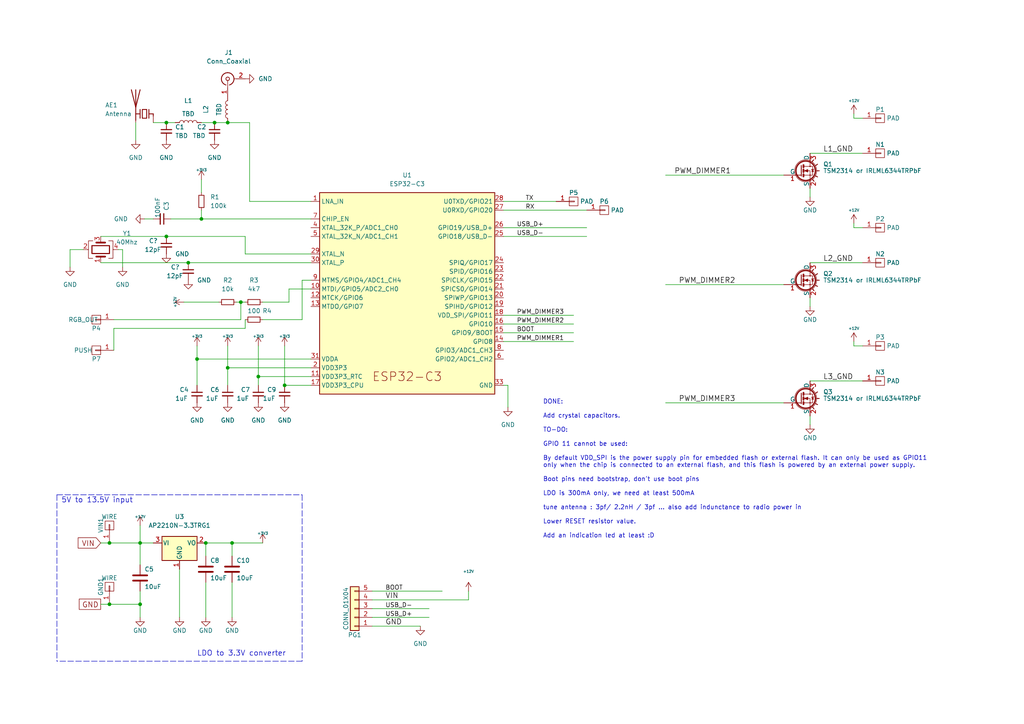
<source format=kicad_sch>
(kicad_sch (version 20211123) (generator eeschema)
  (paper "A4")
  (lib_symbols
    (symbol "Connector:Conn_Coaxial" (pin_names (offset 1.016) hide)
      (property "Reference" "J" (at 0.254 3.048 0))
      (property "Value" "Conn_Coaxial" (at 2.921 0 90))
      (symbol "Conn_Coaxial_0_1"
        (arc (start -1.778 -0.508) (mid 0.2311 -1.8066) (end 1.778 0) (stroke (width 0.254)))
        (polyline (pts (xy -2.54 0) (xy -0.508 0)))
        (polyline (pts (xy 0 -2.54) (xy 0 -1.778)))
        (circle (center 0 0) (radius 0.508) (stroke (width 0.2032)))
        (arc (start 1.778 0) (mid 0.2099 1.8101) (end -1.778 0.508) (stroke (width 0.254)))
      )
      (symbol "Conn_Coaxial_1_1"
        (pin passive line (at -5.08 0 0) (length 2.54) (name "In") (number "1"))
        (pin passive line (at 0 -5.08 90) (length 2.54) (name "Ext") (number "2"))
      )
    )
    (symbol "Connector_Generic:Conn_01x05" (pin_names (offset 1.016) hide)
      (property "Reference" "J" (at 0 7.62 0))
      (property "Value" "Conn_01x05" (at 0 -7.62 0))
      (symbol "Conn_01x05_1_1"
        (rectangle (start -1.27 -4.953) (end 0 -5.207) (stroke (width 0.1524)))
        (rectangle (start -1.27 -2.413) (end 0 -2.667) (stroke (width 0.1524)))
        (rectangle (start -1.27 0.127) (end 0 -0.127) (stroke (width 0.1524)))
        (rectangle (start -1.27 2.667) (end 0 2.413) (stroke (width 0.1524)))
        (rectangle (start -1.27 5.207) (end 0 4.953) (stroke (width 0.1524)))
        (rectangle (start -1.27 6.35) (end 1.27 -6.35) (stroke (width 0.254)) (fill (type background)))
        (pin passive line (at -5.08 5.08 0) (length 3.81) (name "Pin_1") (number "1"))
        (pin passive line (at -5.08 2.54 0) (length 3.81) (name "Pin_2") (number "2"))
        (pin passive line (at -5.08 0 0) (length 3.81) (name "Pin_3") (number "3"))
        (pin passive line (at -5.08 -2.54 0) (length 3.81) (name "Pin_4") (number "4"))
        (pin passive line (at -5.08 -5.08 0) (length 3.81) (name "Pin_5") (number "5"))
      )
    )
    (symbol "Device:Antenna_Chip" (pin_numbers hide) (pin_names (offset 1.016) hide)
      (property "Reference" "AE" (at 0 5.08 0))
      (property "Value" "Antenna_Chip" (at 0 3.175 0))
      (symbol "Antenna_Chip_0_1"
        (polyline (pts (xy -2.54 0) (xy -2.54 -0.635)) (stroke (width 0.254)))
        (polyline (pts (xy -2.54 0) (xy -1.27 0)) (stroke (width 0.254)))
        (polyline (pts (xy 1.27 0) (xy 2.54 0)) (stroke (width 0.254)))
        (polyline (pts (xy 1.27 1.27) (xy 1.27 -1.27)) (stroke (width 0.254)))
        (polyline (pts (xy 2.54 -0.635) (xy 2.54 0)))
        (polyline (pts (xy 2.54 6.985) (xy 2.54 -1.905)) (stroke (width 0.254)))
        (polyline (pts (xy -1.27 1.27) (xy -1.27 -1.27) (xy -1.27 0)) (stroke (width 0.254)))
        (polyline (pts (xy 3.81 6.985) (xy 2.54 1.905) (xy 1.27 6.985)) (stroke (width 0.254)))
        (polyline (pts (xy -0.635 1.27) (xy 0.635 1.27) (xy 0.635 -1.27) (xy -0.635 -1.27) (xy -0.635 1.27)) (stroke (width 0.254)))
      )
      (symbol "Antenna_Chip_1_1"
        (pin input line (at -2.54 -2.54 90) (length 2.54) (name "FEED") (number "1"))
        (pin passive line (at 2.54 -2.54 90) (length 2.54) (name "PCB_Trace") (number "2"))
      )
    )
    (symbol "Device:C_Small" (pin_numbers hide) (pin_names (offset 0.254) hide)
      (property "Reference" "C" (at 0.254 1.778 0))
      (property "Value" "C_Small" (at 0.254 -2.032 0))
      (symbol "C_Small_0_1"
        (polyline (pts (xy -1.524 -0.508) (xy 1.524 -0.508)) (stroke (width 0.3302)))
        (polyline (pts (xy -1.524 0.508) (xy 1.524 0.508)) (stroke (width 0.3048)))
      )
      (symbol "C_Small_1_1"
        (pin passive line (at 0 2.54 270) (length 2.032) (name "~") (number "1"))
        (pin passive line (at 0 -2.54 90) (length 2.032) (name "~") (number "2"))
      )
    )
    (symbol "Device:Crystal_GND24" (pin_names (offset 1.016) hide)
      (property "Reference" "Y" (at 3.175 5.08 0))
      (property "Value" "Crystal_GND24" (at 3.175 3.175 0))
      (symbol "Crystal_GND24_0_1"
        (rectangle (start -1.143 2.54) (end 1.143 -2.54) (stroke (width 0.3048)))
        (polyline (pts (xy -2.54 0) (xy -2.032 0)))
        (polyline (pts (xy -2.032 -1.27) (xy -2.032 1.27)) (stroke (width 0.508)))
        (polyline (pts (xy 0 -3.81) (xy 0 -3.556)))
        (polyline (pts (xy 0 3.556) (xy 0 3.81)))
        (polyline (pts (xy 2.032 -1.27) (xy 2.032 1.27)) (stroke (width 0.508)))
        (polyline (pts (xy 2.032 0) (xy 2.54 0)))
        (polyline (pts (xy -2.54 -2.286) (xy -2.54 -3.556) (xy 2.54 -3.556) (xy 2.54 -2.286)))
        (polyline (pts (xy -2.54 2.286) (xy -2.54 3.556) (xy 2.54 3.556) (xy 2.54 2.286)))
      )
      (symbol "Crystal_GND24_1_1"
        (pin passive line (at -3.81 0 0) (length 1.27) (name "1") (number "1"))
        (pin passive line (at 0 5.08 270) (length 1.27) (name "2") (number "2"))
        (pin passive line (at 3.81 0 180) (length 1.27) (name "3") (number "3"))
        (pin passive line (at 0 -5.08 90) (length 1.27) (name "4") (number "4"))
      )
    )
    (symbol "Device:L" (pin_numbers hide) (pin_names (offset 1.016) hide)
      (property "Reference" "L" (at -1.27 0 90))
      (property "Value" "L" (at 1.905 0 90))
      (symbol "L_0_1"
        (arc (start 0 -2.54) (mid 0.635 -1.905) (end 0 -1.27))
        (arc (start 0 -1.27) (mid 0.635 -0.635) (end 0 0))
        (arc (start 0 0) (mid 0.635 0.635) (end 0 1.27))
        (arc (start 0 1.27) (mid 0.635 1.905) (end 0 2.54))
      )
      (symbol "L_1_1"
        (pin passive line (at 0 3.81 270) (length 1.27) (name "1") (number "1"))
        (pin passive line (at 0 -3.81 90) (length 1.27) (name "2") (number "2"))
      )
    )
    (symbol "Device:R_Small" (pin_numbers hide) (pin_names (offset 0.254) hide)
      (property "Reference" "R" (at 0.762 0.508 0))
      (property "Value" "R_Small" (at 0.762 -1.016 0))
      (symbol "R_Small_0_1"
        (rectangle (start -0.762 1.778) (end 0.762 -1.778) (stroke (width 0.2032)))
      )
      (symbol "R_Small_1_1"
        (pin passive line (at 0 2.54 270) (length 0.762) (name "~") (number "1"))
        (pin passive line (at 0 -2.54 90) (length 0.762) (name "~") (number "2"))
      )
    )
    (symbol "Espressif:ESP32-C3"
      (property "Reference" "U" (at -25.4 35.56 0))
      (property "Value" "ESP32-C3" (at -25.4 33.02 0))
      (symbol "ESP32-C3_0_0"
        (text "ESP32-C3" (at 0 -22.86 0) (effects (font (size 2.54 2.54))))
        (pin bidirectional line (at -27.94 27.94 0) (length 2.54) (name "LNA_IN") (number "1"))
        (pin bidirectional line (at -27.94 2.54 0) (length 2.54) (name "MTDI/GPIO5/ADC2_CH0") (number "10"))
        (pin power_in line (at -27.94 -22.86 0) (length 2.54) (name "VDD3P3_RTC") (number "11"))
        (pin bidirectional line (at -27.94 0 0) (length 2.54) (name "MTCK/GPIO6") (number "12"))
        (pin bidirectional line (at -27.94 -2.54 0) (length 2.54) (name "MTDO/GPIO7") (number "13"))
        (pin bidirectional line (at 27.94 -12.7 180) (length 2.54) (name "GPIO8") (number "14"))
        (pin bidirectional line (at 27.94 -10.16 180) (length 2.54) (name "GPIO9/BOOT") (number "15"))
        (pin bidirectional line (at 27.94 -7.62 180) (length 2.54) (name "GPIO10") (number "16"))
        (pin power_in line (at -27.94 -25.4 0) (length 2.54) (name "VDD3P3_CPU") (number "17"))
        (pin bidirectional line (at 27.94 -5.08 180) (length 2.54) (name "VDD_SPI/GPIO11") (number "18"))
        (pin bidirectional line (at 27.94 -2.54 180) (length 2.54) (name "SPIHD/GPIO12") (number "19"))
        (pin power_in line (at -27.94 -20.32 0) (length 2.54) (name "VDD3P3") (number "2"))
        (pin bidirectional line (at 27.94 0 180) (length 2.54) (name "SPIWP/GPIO13") (number "20"))
        (pin bidirectional line (at 27.94 2.54 180) (length 2.54) (name "SPICS0/GPIO14") (number "21"))
        (pin bidirectional line (at 27.94 5.08 180) (length 2.54) (name "SPICLK/GPIO15") (number "22"))
        (pin bidirectional line (at 27.94 7.62 180) (length 2.54) (name "SPID/GPIO16") (number "23"))
        (pin bidirectional line (at 27.94 10.16 180) (length 2.54) (name "SPIQ/GPIO17") (number "24"))
        (pin bidirectional line (at 27.94 17.78 180) (length 2.54) (name "GPIO18/USB_D-") (number "25"))
        (pin bidirectional line (at 27.94 20.32 180) (length 2.54) (name "GPIO19/USB_D+") (number "26"))
        (pin bidirectional line (at 27.94 25.4 180) (length 2.54) (name "U0RXD/GPIO20") (number "27"))
        (pin bidirectional line (at 27.94 27.94 180) (length 2.54) (name "U0TXD/GPIO21") (number "28"))
        (pin output line (at -27.94 12.7 0) (length 2.54) (name "XTAL_N") (number "29"))
        (pin input line (at -27.94 10.16 0) (length 2.54) (name "XTAL_P") (number "30"))
        (pin power_in line (at -27.94 -17.78 0) (length 2.54) (name "VDDA") (number "31"))
        (pin power_in line (at 27.94 -25.4 180) (length 2.54) (name "GND") (number "33"))
        (pin output line (at -27.94 20.32 0) (length 2.54) (name "XTAL_32K_P/ADC1_CH0") (number "4"))
        (pin input line (at -27.94 17.78 0) (length 2.54) (name "XTAL_32K_N/ADC1_CH1") (number "5"))
        (pin bidirectional line (at 27.94 -17.78 180) (length 2.54) (name "GPIO2/ADC1_CH2") (number "6"))
        (pin input line (at -27.94 22.86 0) (length 2.54) (name "CHIP_EN") (number "7"))
        (pin bidirectional line (at 27.94 -15.24 180) (length 2.54) (name "GPIO3/ADC1_CH3") (number "8"))
        (pin bidirectional line (at -27.94 5.08 0) (length 2.54) (name "MTMS/GPIO4/ADC1_CH4") (number "9"))
      )
      (symbol "ESP32-C3_0_1"
        (rectangle (start -25.4 30.48) (end 25.4 -27.94) (stroke (width 0.254)) (fill (type background)))
        (pin passive line (at -27.94 -20.32 0) (length 2.54) hide (name "VDD3P3") (number "3"))
        (pin passive line (at -27.94 -17.78 0) (length 2.54) hide (name "VDDA") (number "32"))
      )
    )
    (symbol "Regulator_Linear:APE8865N-33-HF-3" (pin_names (offset 0.254))
      (property "Reference" "U" (at -3.81 3.175 0))
      (property "Value" "APE8865N-33-HF-3" (at 0 3.175 0))
      (symbol "APE8865N-33-HF-3_0_1"
        (rectangle (start -5.08 1.905) (end 5.08 -5.08) (stroke (width 0.254)) (fill (type background)))
      )
      (symbol "APE8865N-33-HF-3_1_1"
        (pin power_in line (at 0 -7.62 90) (length 2.54) (name "GND") (number "1"))
        (pin power_out line (at 7.62 0 180) (length 2.54) (name "VO") (number "2"))
        (pin power_in line (at -7.62 0 0) (length 2.54) (name "VI") (number "3"))
      )
    )
    (symbol "ledboard-rescue:+12V" (power) (pin_names (offset 0))
      (property "Value" "+12V" (at 0 3.556 0))
      (symbol "+12V_0_1"
        (polyline (pts (xy -0.762 1.27) (xy 0 2.54)))
        (polyline (pts (xy 0 0) (xy 0 2.54)))
        (polyline (pts (xy 0 2.54) (xy 0.762 1.27)))
      )
      (symbol "+12V_1_1"
        (pin power_in line (at 0 0 90) (length 0) hide (name "+12V") (number "1"))
      )
    )
    (symbol "ledboard-rescue:+3.3V" (power) (pin_names (offset 0))
      (property "Value" "+3.3V" (at 0 3.556 0))
      (symbol "+3.3V_0_1"
        (polyline (pts (xy -0.762 1.27) (xy 0 2.54)))
        (polyline (pts (xy 0 0) (xy 0 2.54)))
        (polyline (pts (xy 0 2.54) (xy 0.762 1.27)))
      )
      (symbol "+3.3V_1_1"
        (pin power_in line (at 0 0 90) (length 0) hide (name "+3V3") (number "1"))
      )
    )
    (symbol "ledboard-rescue:C" (pin_numbers hide) (pin_names (offset 0.254))
      (property "Reference" "C" (at 0.635 2.54 0))
      (property "Value" "C" (at 0.635 -2.54 0))
      (symbol "C_0_1"
        (polyline (pts (xy -2.032 -0.762) (xy 2.032 -0.762)) (stroke (width 0.508)))
        (polyline (pts (xy -2.032 0.762) (xy 2.032 0.762)) (stroke (width 0.508)))
      )
      (symbol "C_1_1"
        (pin passive line (at 0 3.81 270) (length 2.794) (name "~") (number "1"))
        (pin passive line (at 0 -3.81 90) (length 2.794) (name "~") (number "2"))
      )
    )
    (symbol "ledboard-rescue:CONN_01X01" (pin_names (offset 1.016) hide)
      (property "Reference" "P" (at 0 2.54 0))
      (property "Value" "CONN_01X01" (at 2.54 0 90))
      (symbol "CONN_01X01_0_1"
        (rectangle (start -1.27 0.127) (end 0.254 -0.127))
        (rectangle (start -1.27 1.27) (end 1.27 -1.27))
      )
      (symbol "CONN_01X01_1_1"
        (pin passive line (at -5.08 0 0) (length 3.81) (name "P1") (number "1"))
      )
    )
    (symbol "ledboard-rescue:GND" (power) (pin_names (offset 0))
      (property "Value" "GND" (at 0 -3.81 0))
      (symbol "GND_0_1"
        (polyline (pts (xy 0 0) (xy 0 -1.27) (xy 1.27 -1.27) (xy 0 -2.54) (xy -1.27 -1.27) (xy 0 -1.27)))
      )
      (symbol "GND_1_1"
        (pin power_in line (at 0 0 270) (length 0) hide (name "GND") (number "1"))
      )
    )
    (symbol "ledboard-rescue:TSM2314" (pin_names (offset 0))
      (property "Reference" "Q" (at 6.35 1.905 0))
      (property "Value" "TSM2314" (at 6.35 0 0))
      (property "Footprint" "SOT-23" (at 6.35 -1.905 0))
      (symbol "TSM2314_0_1"
        (polyline (pts (xy 0.635 -1.016) (xy 0.635 -1.651)) (stroke (width 0.508)))
        (polyline (pts (xy 0.635 0.381) (xy 0.635 -0.381)) (stroke (width 0.508)))
        (polyline (pts (xy 0.635 1.651) (xy 0.635 1.016)) (stroke (width 0.508)))
        (polyline (pts (xy 3.048 0.381) (xy 2.921 0.254)))
        (polyline (pts (xy 3.048 0.381) (xy 3.556 0.381)))
        (polyline (pts (xy 3.175 2.667) (xy 3.556 3.175)) (stroke (width 0.254)))
        (polyline (pts (xy 3.302 -2.54) (xy 3.683 -3.048)) (stroke (width 0.254)))
        (polyline (pts (xy 3.556 0.381) (xy 3.683 0.508)))
        (polyline (pts (xy 4.191 -1.524) (xy 4.699 -1.778)) (stroke (width 0.254)))
        (polyline (pts (xy 4.191 1.524) (xy 4.699 1.905)) (stroke (width 0.254)))
        (polyline (pts (xy 4.445 0) (xy 5.207 0)) (stroke (width 0.254)))
        (polyline (pts (xy 0 1.524) (xy 0 -1.524) (xy 0 -1.524)) (stroke (width 0.254)))
        (polyline (pts (xy 0.762 -1.27) (xy 2.54 -1.27) (xy 2.54 -2.54) (xy 2.54 -2.54)))
        (polyline (pts (xy 0.762 1.27) (xy 2.54 1.27) (xy 2.54 2.54) (xy 2.54 2.54)))
        (polyline (pts (xy 2.54 1.27) (xy 3.302 1.27) (xy 3.302 -1.27) (xy 2.54 -1.27)))
        (polyline (pts (xy 3.302 0.381) (xy 3.048 -0.254) (xy 3.556 -0.254) (xy 3.302 0.381)) (fill (type outline)))
        (polyline (pts (xy 0.762 0) (xy 1.27 0) (xy 2.54 0) (xy 2.54 -1.27) (xy 2.54 -1.27)))
        (polyline (pts (xy 0.889 0) (xy 1.905 0.381) (xy 1.905 -0.381) (xy 0.889 0) (xy 1.016 0) (xy 1.016 0)) (fill (type outline)))
        (circle (center 1.27 0) (radius 2.8194) (stroke (width 0.3556)))
        (circle (center 1.27 0) (radius 3.175))
        (circle (center 2.54 -1.27) (radius 0.127))
        (circle (center 2.54 1.27) (radius 0.127))
      )
      (symbol "TSM2314_1_1"
        (pin input line (at -5.08 -1.27 0) (length 5.08) (name "G") (number "1"))
        (pin passive line (at 2.54 -5.08 90) (length 2.54) (name "S") (number "2"))
        (pin passive line (at 2.54 5.08 270) (length 2.54) (name "D") (number "3"))
      )
    )
    (symbol "power:GND" (power) (pin_names (offset 0))
      (property "Value" "GND" (at 0 -3.81 0))
      (symbol "GND_0_1"
        (polyline (pts (xy 0 0) (xy 0 -1.27) (xy 1.27 -1.27) (xy 0 -2.54) (xy -1.27 -1.27) (xy 0 -1.27)))
      )
      (symbol "GND_1_1"
        (pin power_in line (at 0 0 270) (length 0) hide (name "GND") (number "1"))
      )
    )
  )
  (junction (at 40.64 175.26))
  (junction (at 59.69 157.48))
  (junction (at 31.75 175.26))
  (junction (at 82.55 111.76))
  (junction (at 67.31 157.48))
  (junction (at 48.26 68.58))
  (junction (at 40.64 157.48))
  (junction (at 57.15 104.14))
  (junction (at 74.93 109.22))
  (junction (at 48.26 35.56))
  (junction (at 69.85 87.63))
  (junction (at 31.75 157.48))
  (junction (at 62.23 35.56))
  (junction (at 66.04 106.68))
  (junction (at 66.04 35.56))
  (junction (at 58.42 63.5))
  (junction (at 54.61 76.2))
  (wire (pts (xy 57.15 104.14) (xy 90.17 104.14)))
  (wire (pts (xy 146.05 91.44) (xy 166.37 91.44)))
  (wire (pts (xy 227.33 50.8) (xy 193.04 50.8)))
  (wire (pts (xy 41.91 63.5) (xy 44.45 63.5)))
  (wire (pts (xy 29.21 157.48) (xy 31.75 157.48)))
  (wire (pts (xy 33.02 95.25) (xy 33.02 101.6)))
  (wire (pts (xy 71.12 73.66) (xy 90.17 73.66)))
  (wire (pts (xy 58.42 60.96) (xy 58.42 63.5)))
  (wire (pts (xy 107.95 179.07) (xy 124.46 179.07)))
  (wire (pts (xy 87.63 92.71) (xy 87.63 81.28)))
  (wire (pts (xy 66.04 35.56) (xy 72.39 35.56)))
  (wire (pts (xy 67.31 168.91) (xy 67.31 179.07)))
  (wire (pts (xy 146.05 111.76) (xy 147.32 111.76)))
  (wire (pts (xy 71.12 92.71) (xy 71.12 95.25)))
  (wire (pts (xy 20.32 72.39) (xy 20.32 77.47)))
  (wire (pts (xy 39.37 35.56) (xy 39.37 40.64)))
  (wire (pts (xy 234.95 44.45) (xy 250.19 44.45)))
  (wire (pts (xy 90.17 109.22) (xy 74.93 109.22)))
  (wire (pts (xy 52.07 165.1) (xy 52.07 179.07)))
  (wire (pts (xy 146.05 96.52) (xy 166.37 96.52)))
  (wire (pts (xy 107.95 176.53) (xy 124.46 176.53)))
  (wire (pts (xy 53.34 87.63) (xy 63.5 87.63)))
  (wire (pts (xy 72.39 58.42) (xy 72.39 35.56)))
  (wire (pts (xy 57.15 104.14) (xy 57.15 111.76)))
  (wire (pts (xy 76.2 92.71) (xy 87.63 92.71)))
  (polyline (pts (xy 87.63 191.77) (xy 16.51 191.77)))
  (wire (pts (xy 48.26 35.56) (xy 50.8 35.56)))
  (wire (pts (xy 58.42 35.56) (xy 62.23 35.56)))
  (wire (pts (xy 31.75 175.26) (xy 40.64 175.26)))
  (wire (pts (xy 69.85 87.63) (xy 71.12 87.63)))
  (wire (pts (xy 31.75 157.48) (xy 40.64 157.48)))
  (wire (pts (xy 74.93 109.22) (xy 74.93 111.76)))
  (wire (pts (xy 48.26 68.58) (xy 71.12 68.58)))
  (wire (pts (xy 74.93 100.33) (xy 74.93 109.22)))
  (wire (pts (xy 247.65 66.04) (xy 250.19 66.04)))
  (wire (pts (xy 247.65 64.77) (xy 247.65 66.04)))
  (wire (pts (xy 71.12 68.58) (xy 71.12 73.66)))
  (wire (pts (xy 29.21 68.58) (xy 48.26 68.58)))
  (wire (pts (xy 40.64 152.4) (xy 40.64 157.48)))
  (wire (pts (xy 247.65 100.33) (xy 250.19 100.33)))
  (wire (pts (xy 234.95 123.19) (xy 234.95 120.65)))
  (wire (pts (xy 44.45 35.56) (xy 48.26 35.56)))
  (wire (pts (xy 107.95 181.61) (xy 121.92 181.61)))
  (wire (pts (xy 234.95 110.49) (xy 250.19 110.49)))
  (wire (pts (xy 29.21 76.2) (xy 54.61 76.2)))
  (wire (pts (xy 34.29 72.39) (xy 35.56 72.39)))
  (wire (pts (xy 57.15 100.33) (xy 57.15 104.14)))
  (wire (pts (xy 62.23 35.56) (xy 66.04 35.56)))
  (wire (pts (xy 40.64 157.48) (xy 44.45 157.48)))
  (wire (pts (xy 54.61 76.2) (xy 90.17 76.2)))
  (wire (pts (xy 59.69 157.48) (xy 67.31 157.48)))
  (wire (pts (xy 49.53 63.5) (xy 58.42 63.5)))
  (wire (pts (xy 227.33 116.84) (xy 193.04 116.84)))
  (polyline (pts (xy 16.51 143.51) (xy 16.51 191.77)))
  (wire (pts (xy 69.85 92.71) (xy 69.85 87.63)))
  (wire (pts (xy 59.69 157.48) (xy 59.69 161.29)))
  (wire (pts (xy 146.05 99.06) (xy 166.37 99.06)))
  (wire (pts (xy 146.05 58.42) (xy 161.29 58.42)))
  (wire (pts (xy 107.95 171.45) (xy 128.27 171.45)))
  (wire (pts (xy 87.63 81.28) (xy 90.17 81.28)))
  (wire (pts (xy 83.82 83.82) (xy 90.17 83.82)))
  (wire (pts (xy 107.95 173.99) (xy 135.89 173.99)))
  (wire (pts (xy 67.31 157.48) (xy 76.2 157.48)))
  (wire (pts (xy 135.89 171.45) (xy 135.89 173.99)))
  (wire (pts (xy 29.21 175.26) (xy 31.75 175.26)))
  (wire (pts (xy 72.39 58.42) (xy 90.17 58.42)))
  (wire (pts (xy 82.55 111.76) (xy 90.17 111.76)))
  (polyline (pts (xy 16.51 143.51) (xy 87.63 143.51)))
  (wire (pts (xy 58.42 52.07) (xy 58.42 55.88)))
  (wire (pts (xy 24.13 72.39) (xy 20.32 72.39)))
  (wire (pts (xy 40.64 175.26) (xy 40.64 179.07)))
  (wire (pts (xy 146.05 66.04) (xy 170.18 66.04)))
  (wire (pts (xy 71.12 95.25) (xy 33.02 95.25)))
  (wire (pts (xy 247.65 33.02) (xy 247.65 34.29)))
  (wire (pts (xy 58.42 63.5) (xy 90.17 63.5)))
  (wire (pts (xy 83.82 87.63) (xy 83.82 83.82)))
  (wire (pts (xy 247.65 99.06) (xy 247.65 100.33)))
  (wire (pts (xy 40.64 157.48) (xy 40.64 163.83)))
  (wire (pts (xy 146.05 93.98) (xy 166.37 93.98)))
  (wire (pts (xy 146.05 60.96) (xy 170.18 60.96)))
  (wire (pts (xy 67.31 157.48) (xy 67.31 161.29)))
  (wire (pts (xy 90.17 106.68) (xy 66.04 106.68)))
  (wire (pts (xy 66.04 100.33) (xy 66.04 106.68)))
  (wire (pts (xy 76.2 87.63) (xy 83.82 87.63)))
  (wire (pts (xy 35.56 72.39) (xy 35.56 77.47)))
  (wire (pts (xy 247.65 34.29) (xy 250.19 34.29)))
  (wire (pts (xy 66.04 106.68) (xy 66.04 111.76)))
  (wire (pts (xy 33.02 92.71) (xy 69.85 92.71)))
  (wire (pts (xy 59.69 168.91) (xy 59.69 179.07)))
  (wire (pts (xy 146.05 68.58) (xy 170.18 68.58)))
  (wire (pts (xy 227.33 82.55) (xy 193.04 82.55)))
  (wire (pts (xy 82.55 100.33) (xy 82.55 111.76)))
  (wire (pts (xy 234.95 88.9) (xy 234.95 86.36)))
  (wire (pts (xy 40.64 171.45) (xy 40.64 175.26)))
  (wire (pts (xy 147.32 111.76) (xy 147.32 118.11)))
  (wire (pts (xy 234.95 57.15) (xy 234.95 54.61)))
  (wire (pts (xy 68.58 87.63) (xy 69.85 87.63)))
  (polyline (pts (xy 87.63 143.51) (xy 87.63 191.77)))
  (wire (pts (xy 234.95 76.2) (xy 250.19 76.2)))
  (text "LDO to 3.3V converter" (at 57.15 190.5 0) (effects (font (size 1.524 1.524)) (justify left bottom)))
  (text "5V to 13.5V input" (at 17.78 146.05 0) (effects (font (size 1.524 1.524)) (justify left bottom)))
  (text "DONE:\n\nAdd crystal capacitors.\n\nTO-DO:\n\nGPIO 11 cannot be used:\n\nBy default VDD_SPI is the power supply pin for embedded flash or external flash. It can only be used as GPIO11\nonly when the chip is connected to an external flash, and this flash is powered by an external power supply.\n\nBoot pins need bootstrap, don't use boot pins \n\nLDO is 300mA only, we need at least 500mA\n\ntune antenna : 3pf/ 2.2nH / 3pf ... also add indunctance to radio power in\n\nLower RESET resistor value.\n\nAdd an indication led at least :D" (at 157.48 156.21 0) (effects (font (size 1.27 1.27)) (justify left bottom)))
  (label "USB_D-" (at 149.86 68.58 0))
  (label "USB_D-" (at 111.76 176.53 0))
  (label "PWM_DIMMER1" (at 149.86 99.06 0))
  (label "PWM_DIMMER3" (at 149.86 91.44 0))
  (label "TX" (at 152.4 58.42 0))
  (label "PWM_DIMMER1" (at 195.58 50.8 0) (effects (font (size 1.524 1.524))))
  (label "PWM_DIMMER3" (at 196.85 116.84 0) (effects (font (size 1.524 1.524))))
  (label "L1_GND" (at 238.76 44.45 0) (effects (font (size 1.524 1.524))))
  (label "RX" (at 152.4 60.96 0))
  (label "L2_GND" (at 238.76 76.2 0) (effects (font (size 1.524 1.524))))
  (label "USB_D+" (at 149.86 66.04 0))
  (label "BOOT" (at 111.76 171.45 0))
  (label "PWM_DIMMER2" (at 149.86 93.98 0))
  (label "PWM_DIMMER2" (at 196.85 82.55 0) (effects (font (size 1.524 1.524))))
  (label "VIN" (at 111.76 173.99 0) (effects (font (size 1.524 1.524))))
  (label "BOOT" (at 149.86 96.52 0))
  (label "USB_D+" (at 111.76 179.07 0))
  (label "GND" (at 111.76 181.61 0) (effects (font (size 1.524 1.524))))
  (label "L3_GND" (at 238.76 110.49 0) (effects (font (size 1.524 1.524))))
  (global_label "GND" (shape passive) (at 29.21 175.26 180) (effects (font (size 1.524 1.524))) (property "Intersheet References" "${INTERSHEET_REFS}" (effects hide)))
  (global_label "VIN" (shape input) (at 29.21 157.48 180) (effects (font (size 1.524 1.524))) (property "Intersheet References" "${INTERSHEET_REFS}" (effects hide)))
  (symbol (lib_id "power:GND") (at 66.04 116.84 0) (unit 1)
    (property "Reference" "#PWR07" (effects hide))
    (property "Value" "GND" (at 66.04 121.92 0))
  )
  (symbol (lib_id "Device:R_Small") (at 66.04 87.63 90) (unit 1)
    (property "Reference" "R2" (at 66.04 81.28 90))
    (property "Value" "10k" (at 66.04 83.82 90))
    (property "Footprint" "Resistor_SMD:R_0402_1005Metric" (effects hide))
  )
  (symbol (lib_id "power:GND") (at 48.26 40.64 0) (unit 1)
    (property "Reference" "#PWR0106" (effects hide))
    (property "Value" "GND" (at 48.26 45.72 0))
  )
  (symbol (lib_id "Device:R_Small") (at 73.66 87.63 90) (unit 1)
    (property "Reference" "R3" (at 73.66 81.28 90))
    (property "Value" "4k7" (at 73.66 83.82 90))
    (property "Footprint" "Resistor_SMD:R_0402_1005Metric" (effects hide))
  )
  (symbol (lib_id "power:GND") (at 147.32 118.11 0) (unit 1)
    (property "Reference" "#PWR0103" (effects hide))
    (property "Value" "GND" (at 147.32 123.19 0))
  )
  (symbol (lib_id "Device:R_Small") (at 73.66 92.71 90) (unit 1)
    (property "Reference" "R4" (at 77.47 90.17 90))
    (property "Value" "100" (at 73.66 90.17 90))
    (property "Footprint" "Resistor_SMD:R_0402_1005Metric" (effects hide))
  )
  (symbol (lib_id "ledboard-rescue:+12V") (at 135.89 171.45 0) (unit 1)
    (property "Reference" "#U04" (effects hide))
    (property "Value" "+12V" (at 135.89 165.735 0) (effects (font (size 0.762 0.762))))
  )
  (symbol (lib_id "Device:Crystal_GND24") (at 29.21 72.39 90) (unit 1)
    (property "Reference" "Y1" (at 36.83 67.691 90))
    (property "Value" "40Mhz" (at 36.83 70.231 90))
    (property "Footprint" "Crystal:Crystal_SMD_2520-4Pin_2.5x2.0mm" (effects hide))
  )
  (symbol (lib_id "ledboard-rescue:+3.3V") (at 76.2 157.48 0) (unit 1)
    (property "Reference" "#PWR015" (effects hide))
    (property "Value" "+3.3V" (at 76.2 154.686 0) (effects (font (size 0.762 0.762))))
  )
  (symbol (lib_id "ledboard-rescue:+3.3V") (at 58.42 52.07 0) (unit 1)
    (property "Reference" "#PWR05" (effects hide))
    (property "Value" "+3.3V" (at 58.42 49.276 0) (effects (font (size 0.762 0.762))))
  )
  (symbol (lib_id "ledboard-rescue:CONN_01X01") (at 31.75 170.18 90) (unit 1)
    (property "Reference" "GND1" (at 29.21 170.18 0))
    (property "Value" "WIRE" (at 31.75 167.64 90))
    (property "Footprint" "Connector_Wire:SolderWire-1.5sqmm_1x01_D1.7mm_OD3.9mm" (effects hide))
  )
  (symbol (lib_id "Connector:Conn_Coaxial") (at 66.04 22.86 90) (unit 1)
    (property "Reference" "J1" (at 66.3332 15.24 90))
    (property "Value" "Conn_Coaxial" (at 66.3332 17.78 90))
    (property "Footprint" "RF:coaxial_u.fl-r-smt-1" (effects hide))
    (property "Datasheet" " ~" (effects hide))
  )
  (symbol (lib_id "power:GND") (at 48.26 73.66 0) (unit 1)
    (property "Reference" "#PWR?" (effects hide))
    (property "Value" "GND" (at 50.8 73.66 0) (effects (justify left)))
  )
  (symbol (lib_id "ledboard-rescue:TSM2314") (at 232.41 49.53 0) (unit 1)
    (property "Reference" "Q1" (at 238.76 47.625 0) (effects (justify left)))
    (property "Value" "TSM2314 or IRLML6344TRPbF" (at 238.76 49.53 0) (effects (justify left)))
    (property "Footprint" "Package_TO_SOT_SMD:SOT-23" (effects hide))
  )
  (symbol (lib_id "power:GND") (at 57.15 116.84 0) (unit 1)
    (property "Reference" "#PWR03" (effects hide))
    (property "Value" "GND" (at 57.15 121.92 0))
  )
  (symbol (lib_id "ledboard-rescue:GND") (at 234.95 123.19 0) (unit 1)
    (property "Reference" "#PWR019" (effects hide))
    (property "Value" "GND" (at 234.95 127 0))
  )
  (symbol (lib_id "ledboard-rescue:GND") (at 234.95 57.15 0) (unit 1)
    (property "Reference" "#PWR017" (effects hide))
    (property "Value" "GND" (at 234.95 60.96 0))
  )
  (symbol (lib_id "ledboard-rescue:+12V") (at 53.34 87.63 90) (unit 1)
    (property "Reference" "#U0101" (effects hide))
    (property "Value" "+12V" (at 50.8 87.63 0) (effects (font (size 0.762 0.762))))
  )
  (symbol (lib_id "Device:C_Small") (at 74.93 114.3 0) (unit 1)
    (property "Reference" "C7" (at 69.85 113.03 0) (effects (justify left)))
    (property "Value" "1uF" (at 68.58 115.57 0) (effects (justify left)))
    (property "Footprint" "Capacitor_SMD:C_0402_1005Metric" (effects hide))
  )
  (symbol (lib_id "ledboard-rescue:CONN_01X01") (at 27.94 92.71 180) (unit 1)
    (property "Reference" "P4" (at 27.94 95.25 0))
    (property "Value" "RGB_OUT" (at 24.13 92.71 0))
    (property "Footprint" "Connector_Wire:SolderWire-0.5sqmm_1x01_D0.9mm_OD2.1mm" (effects hide))
  )
  (symbol (lib_id "ledboard-rescue:TSM2314") (at 232.41 81.28 0) (unit 1)
    (property "Reference" "Q2" (at 238.76 79.375 0) (effects (justify left)))
    (property "Value" "TSM2314 or IRLML6344TRPbF" (at 238.76 81.28 0) (effects (justify left)))
    (property "Footprint" "Package_TO_SOT_SMD:SOT-23" (effects hide))
  )
  (symbol (lib_id "ledboard-rescue:C") (at 59.69 165.1 0) (unit 1)
    (property "Reference" "C8" (at 60.96 162.56 0) (effects (justify left)))
    (property "Value" "10uF" (at 60.96 167.64 0) (effects (justify left)))
    (property "Footprint" "Capacitor_SMD:C_0603_1608Metric" (effects hide))
  )
  (symbol (lib_id "Device:C_Small") (at 62.23 38.1 0) (unit 1)
    (property "Reference" "C2" (at 57.15 36.83 0) (effects (justify left)))
    (property "Value" "TBD" (at 55.88 39.37 0) (effects (justify left)))
    (property "Footprint" "Capacitor_SMD:C_0402_1005Metric" (effects hide))
  )
  (symbol (lib_id "ledboard-rescue:CONN_01X01") (at 255.27 76.2 0) (unit 1)
    (property "Reference" "N2" (at 255.27 73.66 0))
    (property "Value" "PAD" (at 259.08 76.2 0))
    (property "Footprint" "Connector_Wire:SolderWire-0.5sqmm_1x01_D0.9mm_OD2.1mm" (effects hide))
  )
  (symbol (lib_id "Device:R_Small") (at 58.42 58.42 0) (unit 1)
    (property "Reference" "R1" (at 60.96 57.1499 0) (effects (justify left)))
    (property "Value" "100k" (at 60.96 59.6899 0) (effects (justify left)))
    (property "Footprint" "Resistor_SMD:R_0402_1005Metric" (effects hide))
  )
  (symbol (lib_id "ledboard-rescue:+3.3V") (at 66.04 100.33 0) (unit 1)
    (property "Reference" "#PWR06" (effects hide))
    (property "Value" "+3.3V" (at 66.04 97.536 0) (effects (font (size 0.762 0.762))))
  )
  (symbol (lib_id "ledboard-rescue:+12V") (at 40.64 152.4 0) (unit 1)
    (property "Reference" "#U02" (effects hide))
    (property "Value" "+12V" (at 40.64 149.86 0) (effects (font (size 0.762 0.762))))
  )
  (symbol (lib_id "ledboard-rescue:GND") (at 234.95 88.9 0) (unit 1)
    (property "Reference" "#PWR018" (effects hide))
    (property "Value" "GND" (at 234.95 92.71 0))
  )
  (symbol (lib_id "Connector_Generic:Conn_01x05") (at 102.87 176.53 180) (unit 1)
    (property "Reference" "PG1" (at 102.87 184.15 0))
    (property "Value" "CONN_01X04" (at 100.33 176.53 90))
    (property "Footprint" "Connector_PinHeader_1.27mm:PinHeader_1x05_P1.27mm_Vertical" (effects hide))
  )
  (symbol (lib_id "ledboard-rescue:+3.3V") (at 82.55 100.33 0) (unit 1)
    (property "Reference" "#PWR012" (effects hide))
    (property "Value" "+3.3V" (at 82.55 97.536 0) (effects (font (size 0.762 0.762))))
  )
  (symbol (lib_id "ledboard-rescue:C") (at 40.64 167.64 0) (unit 1)
    (property "Reference" "C5" (at 41.91 165.1 0) (effects (justify left)))
    (property "Value" "10uF" (at 41.91 170.18 0) (effects (justify left)))
    (property "Footprint" "Capacitor_SMD:C_0603_1608Metric" (effects hide))
  )
  (symbol (lib_id "Espressif:ESP32-C3") (at 118.11 86.36 0) (unit 1)
    (property "Reference" "U1" (at 118.11 50.8 0))
    (property "Value" "ESP32-C3" (at 118.11 53.34 0))
    (property "Footprint" "Package_DFN_QFN:QFN-32-1EP_5x5mm_P0.5mm_EP3.45x3.45mm" (effects hide))
    (property "Datasheet" "https://www.espressif.com/sites/default/files/documentation/esp32-c3_datasheet_en.pdf" (effects hide))
  )
  (symbol (lib_id "ledboard-rescue:CONN_01X01") (at 175.26 60.96 0) (unit 1)
    (property "Reference" "P6" (at 175.26 58.42 0))
    (property "Value" "PAD" (at 179.07 60.96 0))
    (property "Footprint" "Connector_Wire:SolderWirePad_1x01_SMD_1x2mm" (effects hide))
  )
  (symbol (lib_id "power:GND") (at 82.55 116.84 0) (unit 1)
    (property "Reference" "#PWR013" (effects hide))
    (property "Value" "GND" (at 82.55 121.92 0))
  )
  (symbol (lib_id "Device:C_Small") (at 48.26 38.1 0) (unit 1)
    (property "Reference" "C1" (at 50.8 36.8362 0) (effects (justify left)))
    (property "Value" "TBD" (at 50.8 39.3762 0) (effects (justify left)))
    (property "Footprint" "Capacitor_SMD:C_0402_1005Metric" (effects hide))
  )
  (symbol (lib_id "power:GND") (at 62.23 40.64 0) (unit 1)
    (property "Reference" "#PWR0105" (effects hide))
    (property "Value" "GND" (at 62.23 45.72 0))
  )
  (symbol (lib_id "power:GND") (at 121.92 181.61 0) (unit 1)
    (property "Reference" "#PWR016" (effects hide))
    (property "Value" "GND" (at 121.92 186.69 0))
  )
  (symbol (lib_id "power:GND") (at 74.93 116.84 0) (unit 1)
    (property "Reference" "#PWR010" (effects hide))
    (property "Value" "GND" (at 74.93 121.92 0))
  )
  (symbol (lib_id "ledboard-rescue:C") (at 67.31 165.1 0) (unit 1)
    (property "Reference" "C10" (at 68.58 162.56 0) (effects (justify left)))
    (property "Value" "10uF" (at 68.58 167.64 0) (effects (justify left)))
    (property "Footprint" "Capacitor_SMD:C_0603_1608Metric" (effects hide))
  )
  (symbol (lib_id "Regulator_Linear:APE8865N-33-HF-3") (at 52.07 157.48 0) (unit 1)
    (property "Reference" "U3" (at 52.07 149.86 0))
    (property "Value" "AP2210N-3.3TRG1" (at 52.07 152.4 0))
    (property "Footprint" "Package_TO_SOT_SMD:SOT-23" (effects hide))
    (property "Datasheet" "http://www.tme.eu/fr/Document/ced3461ed31ea70a3c416fb648e0cde7/APE8865-3.pdf" (effects hide))
  )
  (symbol (lib_id "ledboard-rescue:GND") (at 40.64 179.07 0) (unit 1)
    (property "Reference" "#PWR04" (effects hide))
    (property "Value" "GND" (at 40.64 182.88 0))
  )
  (symbol (lib_id "Device:L") (at 66.04 31.75 180) (unit 1)
    (property "Reference" "L2" (at 59.69 31.75 90))
    (property "Value" "TBD" (at 63.5 31.75 90))
    (property "Footprint" "Inductor_SMD:L_0402_1005Metric" (effects hide))
  )
  (symbol (lib_id "ledboard-rescue:TSM2314") (at 232.41 115.57 0) (unit 1)
    (property "Reference" "Q3" (at 238.76 113.665 0) (effects (justify left)))
    (property "Value" "TSM2314 or IRLML6344TRPbF" (at 238.76 115.57 0) (effects (justify left)))
    (property "Footprint" "Package_TO_SOT_SMD:SOT-23" (effects hide))
  )
  (symbol (lib_id "Device:Antenna_Chip") (at 41.91 33.02 0) (mirror y) (unit 1)
    (property "Reference" "AE1" (at 30.48 30.48 0) (effects (justify right)))
    (property "Value" "Antenna" (at 30.48 33.02 0) (effects (justify right)))
    (property "Footprint" "RF_Antenna:Texas_SWRA117D_2.4GHz_Left" (effects hide))
  )
  (symbol (lib_id "ledboard-rescue:GND") (at 52.07 179.07 0) (unit 1)
    (property "Reference" "#PWR08" (effects hide))
    (property "Value" "GND" (at 52.07 182.88 0))
  )
  (symbol (lib_id "ledboard-rescue:CONN_01X01") (at 166.37 58.42 0) (unit 1)
    (property "Reference" "P5" (at 166.37 55.88 0))
    (property "Value" "PAD" (at 170.18 58.42 0))
    (property "Footprint" "Connector_Wire:SolderWirePad_1x01_SMD_1x2mm" (effects hide))
  )
  (symbol (lib_id "power:GND") (at 41.91 63.5 270) (unit 1)
    (property "Reference" "#PWR01" (effects hide))
    (property "Value" "GND" (at 33.02 63.5 90) (effects (justify left)))
  )
  (symbol (lib_id "power:GND") (at 71.12 22.86 90) (unit 1)
    (property "Reference" "#PWR0107" (effects hide))
    (property "Value" "GND" (at 74.93 22.8599 90) (effects (justify right)))
  )
  (symbol (lib_id "ledboard-rescue:+3.3V") (at 57.15 100.33 0) (unit 1)
    (property "Reference" "#PWR02" (effects hide))
    (property "Value" "+3.3V" (at 57.15 97.536 0) (effects (font (size 0.762 0.762))))
  )
  (symbol (lib_id "Device:C_Small") (at 82.55 114.3 0) (unit 1)
    (property "Reference" "C9" (at 77.47 113.03 0) (effects (justify left)))
    (property "Value" "1uF" (at 76.2 115.57 0) (effects (justify left)))
    (property "Footprint" "Capacitor_SMD:C_0402_1005Metric" (effects hide))
  )
  (symbol (lib_id "ledboard-rescue:CONN_01X01") (at 255.27 44.45 0) (unit 1)
    (property "Reference" "N1" (at 255.27 41.91 0))
    (property "Value" "PAD" (at 259.08 44.45 0))
    (property "Footprint" "Connector_Wire:SolderWire-0.5sqmm_1x01_D0.9mm_OD2.1mm" (effects hide))
  )
  (symbol (lib_id "power:GND") (at 54.61 81.28 0) (unit 1)
    (property "Reference" "#PWR?" (effects hide))
    (property "Value" "GND" (at 57.15 81.28 0) (effects (justify left)))
  )
  (symbol (lib_id "ledboard-rescue:GND") (at 67.31 179.07 0) (unit 1)
    (property "Reference" "#PWR014" (effects hide))
    (property "Value" "GND" (at 67.31 182.88 0))
  )
  (symbol (lib_id "Device:C_Small") (at 66.04 114.3 0) (unit 1)
    (property "Reference" "C6" (at 60.96 113.03 0) (effects (justify left)))
    (property "Value" "1uF" (at 59.69 115.57 0) (effects (justify left)))
    (property "Footprint" "Capacitor_SMD:C_0402_1005Metric" (effects hide))
  )
  (symbol (lib_id "ledboard-rescue:GND") (at 59.69 179.07 0) (unit 1)
    (property "Reference" "#PWR011" (effects hide))
    (property "Value" "GND" (at 59.69 182.88 0))
  )
  (symbol (lib_id "ledboard-rescue:+3.3V") (at 74.93 100.33 0) (unit 1)
    (property "Reference" "#PWR09" (effects hide))
    (property "Value" "+3.3V" (at 74.93 97.536 0) (effects (font (size 0.762 0.762))))
  )
  (symbol (lib_id "ledboard-rescue:CONN_01X01") (at 255.27 66.04 0) (unit 1)
    (property "Reference" "P2" (at 255.27 63.5 0))
    (property "Value" "PAD" (at 259.08 66.04 0))
    (property "Footprint" "Connector_Wire:SolderWire-0.5sqmm_1x01_D0.9mm_OD2.1mm" (effects hide))
  )
  (symbol (lib_id "ledboard-rescue:CONN_01X01") (at 27.94 101.6 180) (unit 1)
    (property "Reference" "P7" (at 27.94 104.14 0))
    (property "Value" "PUSH" (at 24.13 101.6 0))
    (property "Footprint" "Connector_Wire:SolderWire-0.5sqmm_1x01_D0.9mm_OD2.1mm" (effects hide))
  )
  (symbol (lib_id "Device:L") (at 54.61 35.56 90) (unit 1)
    (property "Reference" "L1" (at 54.61 29.21 90))
    (property "Value" "TBD" (at 54.61 33.02 90))
    (property "Footprint" "Inductor_SMD:L_0402_1005Metric" (effects hide))
  )
  (symbol (lib_id "ledboard-rescue:+12V") (at 247.65 33.02 0) (unit 1)
    (property "Reference" "#U05" (effects hide))
    (property "Value" "+12V" (at 247.65 29.21 0) (effects (font (size 0.762 0.762))))
  )
  (symbol (lib_id "Device:C_Small") (at 46.99 63.5 270) (unit 1)
    (property "Reference" "C3" (at 48.26 58.42 0) (effects (justify left)))
    (property "Value" "100nF" (at 45.72 57.15 0) (effects (justify left)))
    (property "Footprint" "Capacitor_SMD:C_0402_1005Metric" (effects hide))
  )
  (symbol (lib_id "power:GND") (at 35.56 77.47 0) (unit 1)
    (property "Reference" "#PWR0102" (effects hide))
    (property "Value" "GND" (at 35.56 82.55 0))
  )
  (symbol (lib_id "ledboard-rescue:+12V") (at 247.65 99.06 0) (unit 1)
    (property "Reference" "#U07" (effects hide))
    (property "Value" "+12V" (at 247.65 95.25 0) (effects (font (size 0.762 0.762))))
  )
  (symbol (lib_id "power:GND") (at 39.37 40.64 0) (unit 1)
    (property "Reference" "#PWR0104" (effects hide))
    (property "Value" "GND" (at 39.37 45.72 0))
  )
  (symbol (lib_id "ledboard-rescue:CONN_01X01") (at 31.75 152.4 90) (unit 1)
    (property "Reference" "VIN1" (at 29.21 152.4 0))
    (property "Value" "WIRE" (at 31.75 149.86 90))
    (property "Footprint" "Connector_Wire:SolderWire-1.5sqmm_1x01_D1.7mm_OD3.9mm" (effects hide))
  )
  (symbol (lib_id "ledboard-rescue:+12V") (at 247.65 64.77 0) (unit 1)
    (property "Reference" "#U06" (effects hide))
    (property "Value" "+12V" (at 247.65 60.96 0) (effects (font (size 0.762 0.762))))
  )
  (symbol (lib_id "power:GND") (at 20.32 77.47 0) (unit 1)
    (property "Reference" "#PWR0101" (effects hide))
    (property "Value" "GND" (at 20.32 82.55 0))
  )
  (symbol (lib_id "Device:C_Small") (at 57.15 114.3 0) (unit 1)
    (property "Reference" "C4" (at 52.07 113.03 0) (effects (justify left)))
    (property "Value" "1uF" (at 50.8 115.57 0) (effects (justify left)))
    (property "Footprint" "Capacitor_SMD:C_0402_1005Metric" (effects hide))
  )
  (symbol (lib_id "Device:C_Small") (at 48.26 71.12 0) (unit 1)
    (property "Reference" "C?" (at 43.18 69.85 0) (effects (justify left)))
    (property "Value" "12pF" (at 41.91 72.39 0) (effects (justify left)))
    (property "Footprint" "Capacitor_SMD:C_0402_1005Metric" (effects hide))
  )
  (symbol (lib_id "ledboard-rescue:CONN_01X01") (at 255.27 34.29 0) (unit 1)
    (property "Reference" "P1" (at 255.27 31.75 0))
    (property "Value" "PAD" (at 259.08 34.29 0))
    (property "Footprint" "Connector_Wire:SolderWire-0.5sqmm_1x01_D0.9mm_OD2.1mm" (effects hide))
  )
  (symbol (lib_id "Device:C_Small") (at 54.61 78.74 0) (unit 1)
    (property "Reference" "C?" (at 49.53 77.47 0) (effects (justify left)))
    (property "Value" "12pF" (at 48.26 80.01 0) (effects (justify left)))
    (property "Footprint" "Capacitor_SMD:C_0402_1005Metric" (effects hide))
  )
  (symbol (lib_id "ledboard-rescue:CONN_01X01") (at 255.27 110.49 0) (unit 1)
    (property "Reference" "N3" (at 255.27 107.95 0))
    (property "Value" "PAD" (at 259.08 110.49 0))
    (property "Footprint" "Connector_Wire:SolderWire-0.5sqmm_1x01_D0.9mm_OD2.1mm" (effects hide))
  )
  (symbol (lib_id "ledboard-rescue:CONN_01X01") (at 255.27 100.33 0) (unit 1)
    (property "Reference" "P3" (at 255.27 97.79 0))
    (property "Value" "PAD" (at 259.08 100.33 0))
    (property "Footprint" "Connector_Wire:SolderWire-0.5sqmm_1x01_D0.9mm_OD2.1mm" (effects hide))
  )
)
</source>
